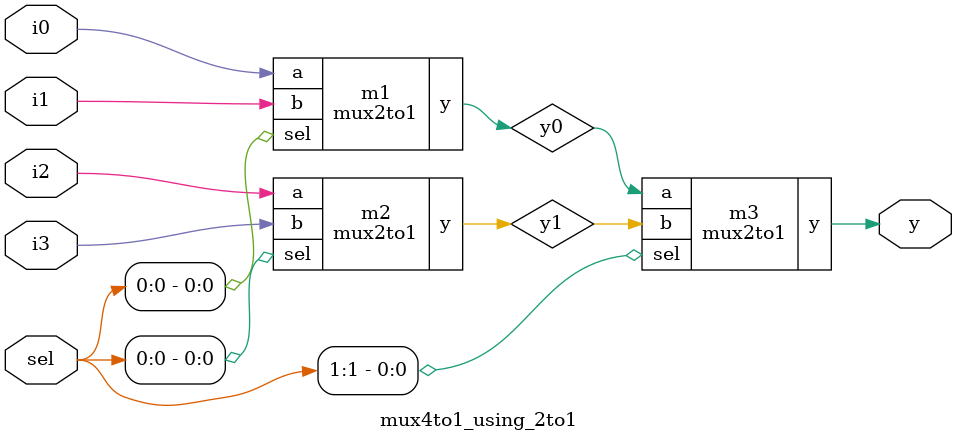
<source format=v>
module mux2to1 (
    input wire a,
    input wire b,
    input wire sel,
    output wire y
);
    assign y = sel ? b : a;
endmodule


module mux4to1_using_2to1 (
    input wire i0, i1, i2, i3,
    input wire [1:0] sel,
    output wire y
);

    wire y0, y1;

    // First level: select between i0 and i1; i2 and i3
    mux2to1 m1 (.a(i0), .b(i1), .sel(sel[0]), .y(y0));
    mux2to1 m2 (.a(i2), .b(i3), .sel(sel[0]), .y(y1));

    // Second level: select between y0 and y1
    mux2to1 m3 (.a(y0), .b(y1), .sel(sel[1]), .y(y));

endmodule

</source>
